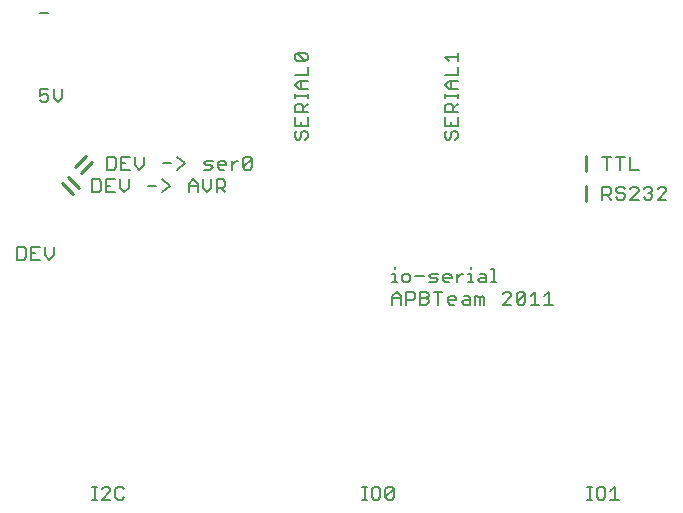
<source format=gto>
G75*
G70*
%OFA0B0*%
%FSLAX24Y24*%
%IPPOS*%
%LPD*%
%AMOC8*
5,1,8,0,0,1.08239X$1,22.5*
%
%ADD10C,0.0080*%
%ADD11C,0.0100*%
D10*
X007584Y006360D02*
X007724Y006360D01*
X007654Y006360D02*
X007654Y006780D01*
X007584Y006780D02*
X007724Y006780D01*
X007891Y006710D02*
X007961Y006780D01*
X008101Y006780D01*
X008171Y006710D01*
X008171Y006640D01*
X007891Y006360D01*
X008171Y006360D01*
X008351Y006430D02*
X008421Y006360D01*
X008561Y006360D01*
X008631Y006430D01*
X008351Y006430D02*
X008351Y006710D01*
X008421Y006780D01*
X008561Y006780D01*
X008631Y006710D01*
X016584Y006780D02*
X016724Y006780D01*
X016654Y006780D02*
X016654Y006360D01*
X016584Y006360D02*
X016724Y006360D01*
X016891Y006430D02*
X016961Y006360D01*
X017101Y006360D01*
X017171Y006430D01*
X017171Y006710D01*
X017101Y006780D01*
X016961Y006780D01*
X016891Y006710D01*
X016891Y006430D01*
X017351Y006430D02*
X017631Y006710D01*
X017631Y006430D01*
X017561Y006360D01*
X017421Y006360D01*
X017351Y006430D01*
X017351Y006710D01*
X017421Y006780D01*
X017561Y006780D01*
X017631Y006710D01*
X024084Y006780D02*
X024224Y006780D01*
X024154Y006780D02*
X024154Y006360D01*
X024084Y006360D02*
X024224Y006360D01*
X024391Y006430D02*
X024461Y006360D01*
X024601Y006360D01*
X024671Y006430D01*
X024671Y006710D01*
X024601Y006780D01*
X024461Y006780D01*
X024391Y006710D01*
X024391Y006430D01*
X024851Y006360D02*
X025131Y006360D01*
X024991Y006360D02*
X024991Y006780D01*
X024851Y006640D01*
X022928Y012860D02*
X022648Y012860D01*
X022788Y012860D02*
X022788Y013280D01*
X022648Y013140D01*
X022468Y012860D02*
X022187Y012860D01*
X022327Y012860D02*
X022327Y013280D01*
X022187Y013140D01*
X022007Y013210D02*
X021727Y012930D01*
X021797Y012860D01*
X021937Y012860D01*
X022007Y012930D01*
X022007Y013210D01*
X021937Y013280D01*
X021797Y013280D01*
X021727Y013210D01*
X021727Y012930D01*
X021547Y012860D02*
X021267Y012860D01*
X021547Y013140D01*
X021547Y013210D01*
X021477Y013280D01*
X021337Y013280D01*
X021267Y013210D01*
X021023Y013610D02*
X020883Y013610D01*
X020953Y013610D02*
X020953Y014030D01*
X020883Y014030D01*
X020703Y013820D02*
X020703Y013610D01*
X020493Y013610D01*
X020423Y013680D01*
X020493Y013750D01*
X020703Y013750D01*
X020703Y013820D02*
X020633Y013890D01*
X020493Y013890D01*
X020186Y013890D02*
X020186Y013610D01*
X020116Y013610D02*
X020256Y013610D01*
X020186Y013890D02*
X020116Y013890D01*
X020186Y014030D02*
X020186Y014100D01*
X019942Y013890D02*
X019872Y013890D01*
X019732Y013750D01*
X019732Y013610D02*
X019732Y013890D01*
X019552Y013820D02*
X019552Y013750D01*
X019272Y013750D01*
X019272Y013820D02*
X019342Y013890D01*
X019482Y013890D01*
X019552Y013820D01*
X019482Y013610D02*
X019342Y013610D01*
X019272Y013680D01*
X019272Y013820D01*
X019092Y013890D02*
X018881Y013890D01*
X018811Y013820D01*
X018881Y013750D01*
X019022Y013750D01*
X019092Y013680D01*
X019022Y013610D01*
X018811Y013610D01*
X018631Y013820D02*
X018351Y013820D01*
X018171Y013820D02*
X018101Y013890D01*
X017961Y013890D01*
X017891Y013820D01*
X017891Y013680D01*
X017961Y013610D01*
X018101Y013610D01*
X018171Y013680D01*
X018171Y013820D01*
X017724Y013610D02*
X017584Y013610D01*
X017654Y013610D02*
X017654Y013890D01*
X017584Y013890D01*
X017654Y014030D02*
X017654Y014100D01*
X017724Y013280D02*
X017864Y013140D01*
X017864Y012860D01*
X018044Y012860D02*
X018044Y013280D01*
X018254Y013280D01*
X018324Y013210D01*
X018324Y013070D01*
X018254Y013000D01*
X018044Y013000D01*
X017864Y013070D02*
X017584Y013070D01*
X017584Y013140D02*
X017724Y013280D01*
X017584Y013140D02*
X017584Y012860D01*
X018504Y012860D02*
X018715Y012860D01*
X018785Y012930D01*
X018785Y013000D01*
X018715Y013070D01*
X018504Y013070D01*
X018504Y012860D02*
X018504Y013280D01*
X018715Y013280D01*
X018785Y013210D01*
X018785Y013140D01*
X018715Y013070D01*
X018965Y013280D02*
X019245Y013280D01*
X019105Y013280D02*
X019105Y012860D01*
X019425Y012930D02*
X019425Y013070D01*
X019495Y013140D01*
X019635Y013140D01*
X019705Y013070D01*
X019705Y013000D01*
X019425Y013000D01*
X019425Y012930D02*
X019495Y012860D01*
X019635Y012860D01*
X019886Y012930D02*
X019956Y013000D01*
X020166Y013000D01*
X020166Y013070D02*
X020166Y012860D01*
X019956Y012860D01*
X019886Y012930D01*
X019956Y013140D02*
X020096Y013140D01*
X020166Y013070D01*
X020346Y013140D02*
X020346Y012860D01*
X020486Y012860D02*
X020486Y013070D01*
X020556Y013140D01*
X020626Y013070D01*
X020626Y012860D01*
X020486Y013070D02*
X020416Y013140D01*
X020346Y013140D01*
X024584Y016360D02*
X024584Y016780D01*
X024794Y016780D01*
X024864Y016710D01*
X024864Y016570D01*
X024794Y016500D01*
X024584Y016500D01*
X024724Y016500D02*
X024864Y016360D01*
X025044Y016430D02*
X025114Y016360D01*
X025254Y016360D01*
X025324Y016430D01*
X025324Y016500D01*
X025254Y016570D01*
X025114Y016570D01*
X025044Y016640D01*
X025044Y016710D01*
X025114Y016780D01*
X025254Y016780D01*
X025324Y016710D01*
X025504Y016710D02*
X025575Y016780D01*
X025715Y016780D01*
X025785Y016710D01*
X025785Y016640D01*
X025504Y016360D01*
X025785Y016360D01*
X025965Y016430D02*
X026035Y016360D01*
X026175Y016360D01*
X026245Y016430D01*
X026245Y016500D01*
X026175Y016570D01*
X026105Y016570D01*
X026175Y016570D02*
X026245Y016640D01*
X026245Y016710D01*
X026175Y016780D01*
X026035Y016780D01*
X025965Y016710D01*
X026425Y016710D02*
X026495Y016780D01*
X026635Y016780D01*
X026705Y016710D01*
X026705Y016640D01*
X026425Y016360D01*
X026705Y016360D01*
X025785Y017360D02*
X025504Y017360D01*
X025504Y017780D01*
X025324Y017780D02*
X025044Y017780D01*
X025184Y017780D02*
X025184Y017360D01*
X024724Y017360D02*
X024724Y017780D01*
X024584Y017780D02*
X024864Y017780D01*
X019754Y018430D02*
X019684Y018360D01*
X019754Y018430D02*
X019754Y018570D01*
X019684Y018640D01*
X019614Y018640D01*
X019544Y018570D01*
X019544Y018430D01*
X019474Y018360D01*
X019404Y018360D01*
X019333Y018430D01*
X019333Y018570D01*
X019404Y018640D01*
X019333Y018820D02*
X019754Y018820D01*
X019754Y019100D01*
X019754Y019281D02*
X019333Y019281D01*
X019333Y019491D01*
X019404Y019561D01*
X019544Y019561D01*
X019614Y019491D01*
X019614Y019281D01*
X019614Y019421D02*
X019754Y019561D01*
X019754Y019741D02*
X019754Y019881D01*
X019754Y019811D02*
X019333Y019811D01*
X019333Y019741D02*
X019333Y019881D01*
X019474Y020048D02*
X019333Y020188D01*
X019474Y020328D01*
X019754Y020328D01*
X019754Y020508D02*
X019333Y020508D01*
X019544Y020328D02*
X019544Y020048D01*
X019474Y020048D02*
X019754Y020048D01*
X019754Y020508D02*
X019754Y020788D01*
X019754Y020969D02*
X019754Y021249D01*
X019754Y021109D02*
X019333Y021109D01*
X019474Y020969D01*
X019333Y019100D02*
X019333Y018820D01*
X019544Y018820D02*
X019544Y018960D01*
X014754Y018820D02*
X014754Y019100D01*
X014754Y019281D02*
X014333Y019281D01*
X014333Y019491D01*
X014404Y019561D01*
X014544Y019561D01*
X014614Y019491D01*
X014614Y019281D01*
X014614Y019421D02*
X014754Y019561D01*
X014754Y019741D02*
X014754Y019881D01*
X014754Y019811D02*
X014333Y019811D01*
X014333Y019741D02*
X014333Y019881D01*
X014474Y020048D02*
X014333Y020188D01*
X014474Y020328D01*
X014754Y020328D01*
X014754Y020508D02*
X014754Y020788D01*
X014684Y020969D02*
X014404Y021249D01*
X014684Y021249D01*
X014754Y021179D01*
X014754Y021039D01*
X014684Y020969D01*
X014404Y020969D01*
X014333Y021039D01*
X014333Y021179D01*
X014404Y021249D01*
X014333Y020508D02*
X014754Y020508D01*
X014544Y020328D02*
X014544Y020048D01*
X014474Y020048D02*
X014754Y020048D01*
X014333Y019100D02*
X014333Y018820D01*
X014754Y018820D01*
X014684Y018640D02*
X014754Y018570D01*
X014754Y018430D01*
X014684Y018360D01*
X014544Y018430D02*
X014544Y018570D01*
X014614Y018640D01*
X014684Y018640D01*
X014544Y018820D02*
X014544Y018960D01*
X014404Y018640D02*
X014333Y018570D01*
X014333Y018430D01*
X014404Y018360D01*
X014474Y018360D01*
X014544Y018430D01*
X012891Y017710D02*
X012891Y017430D01*
X012821Y017360D01*
X012681Y017360D01*
X012611Y017430D01*
X012891Y017710D01*
X012821Y017780D01*
X012681Y017780D01*
X012611Y017710D01*
X012611Y017430D01*
X012437Y017640D02*
X012367Y017640D01*
X012227Y017500D01*
X012227Y017360D02*
X012227Y017640D01*
X012047Y017570D02*
X012047Y017500D01*
X011767Y017500D01*
X011767Y017570D02*
X011837Y017640D01*
X011977Y017640D01*
X012047Y017570D01*
X011977Y017360D02*
X011837Y017360D01*
X011767Y017430D01*
X011767Y017570D01*
X011586Y017640D02*
X011376Y017640D01*
X011306Y017570D01*
X011376Y017500D01*
X011516Y017500D01*
X011586Y017430D01*
X011516Y017360D01*
X011306Y017360D01*
X011267Y017030D02*
X011267Y016750D01*
X011407Y016610D01*
X011547Y016750D01*
X011547Y017030D01*
X011727Y017030D02*
X011937Y017030D01*
X012007Y016960D01*
X012007Y016820D01*
X011937Y016750D01*
X011727Y016750D01*
X011867Y016750D02*
X012007Y016610D01*
X011727Y016610D02*
X011727Y017030D01*
X011086Y016890D02*
X011086Y016610D01*
X011086Y016820D02*
X010806Y016820D01*
X010806Y016890D02*
X010946Y017030D01*
X011086Y016890D01*
X010806Y016890D02*
X010806Y016610D01*
X010166Y016820D02*
X009886Y016610D01*
X009705Y016820D02*
X009425Y016820D01*
X009886Y017030D02*
X010166Y016820D01*
X010386Y017360D02*
X010666Y017570D01*
X010386Y017780D01*
X010205Y017570D02*
X009925Y017570D01*
X009285Y017500D02*
X009285Y017780D01*
X009285Y017500D02*
X009145Y017360D01*
X009004Y017500D01*
X009004Y017780D01*
X008824Y017780D02*
X008544Y017780D01*
X008544Y017360D01*
X008824Y017360D01*
X008684Y017570D02*
X008544Y017570D01*
X008364Y017710D02*
X008294Y017780D01*
X008084Y017780D01*
X008084Y017360D01*
X008294Y017360D01*
X008364Y017430D01*
X008364Y017710D01*
X008324Y017030D02*
X008044Y017030D01*
X008044Y016610D01*
X008324Y016610D01*
X008504Y016750D02*
X008645Y016610D01*
X008785Y016750D01*
X008785Y017030D01*
X008504Y017030D02*
X008504Y016750D01*
X008184Y016820D02*
X008044Y016820D01*
X007864Y016680D02*
X007864Y016960D01*
X007794Y017030D01*
X007584Y017030D01*
X007584Y016610D01*
X007794Y016610D01*
X007864Y016680D01*
X006285Y014780D02*
X006285Y014500D01*
X006145Y014360D01*
X006004Y014500D01*
X006004Y014780D01*
X005824Y014780D02*
X005544Y014780D01*
X005544Y014360D01*
X005824Y014360D01*
X005684Y014570D02*
X005544Y014570D01*
X005364Y014430D02*
X005294Y014360D01*
X005084Y014360D01*
X005084Y014780D01*
X005294Y014780D01*
X005364Y014710D01*
X005364Y014430D01*
X005904Y019610D02*
X005834Y019680D01*
X005904Y019610D02*
X006044Y019610D01*
X006114Y019680D01*
X006114Y019820D01*
X006044Y019890D01*
X005974Y019890D01*
X005834Y019820D01*
X005834Y020030D01*
X006114Y020030D01*
X006294Y020030D02*
X006294Y019750D01*
X006434Y019610D01*
X006574Y019750D01*
X006574Y020030D01*
X006114Y022570D02*
X005834Y022570D01*
D11*
X007371Y017797D02*
X007017Y017443D01*
X007217Y017243D02*
X007571Y017597D01*
X006767Y017097D02*
X007121Y016743D01*
X006921Y016543D02*
X006567Y016897D01*
X024044Y016820D02*
X024044Y016320D01*
X024044Y017320D02*
X024044Y017820D01*
M02*

</source>
